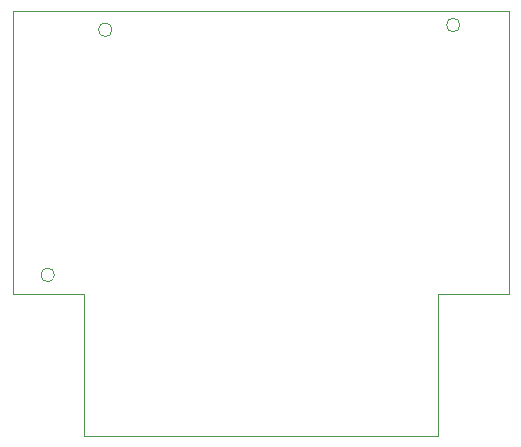
<source format=gbr>
%TF.GenerationSoftware,KiCad,Pcbnew,(6.0.4)*%
%TF.CreationDate,2022-03-25T23:20:21+00:00*%
%TF.ProjectId,IKEA Vindriktning Daughterboard,494b4541-2056-4696-9e64-72696b746e69,rev?*%
%TF.SameCoordinates,Original*%
%TF.FileFunction,Profile,NP*%
%FSLAX46Y46*%
G04 Gerber Fmt 4.6, Leading zero omitted, Abs format (unit mm)*
G04 Created by KiCad (PCBNEW (6.0.4)) date 2022-03-25 23:20:21*
%MOMM*%
%LPD*%
G01*
G04 APERTURE LIST*
%TA.AperFunction,Profile*%
%ADD10C,0.050000*%
%TD*%
G04 APERTURE END LIST*
D10*
X77870000Y-81200000D02*
G75*
G03*
X77870000Y-81200000I-576000J0D01*
G01*
X48410000Y-81600000D02*
G75*
G03*
X48410000Y-81600000I-576000J0D01*
G01*
X43536000Y-102360000D02*
G75*
G03*
X43536000Y-102360000I-576000J0D01*
G01*
X82000000Y-80000000D02*
X82000000Y-104000000D01*
X46000000Y-116000000D02*
X76000000Y-116000000D01*
X46000000Y-104000000D02*
X46000000Y-116000000D01*
X40000000Y-104000000D02*
X46000000Y-104000000D01*
X40000000Y-104000000D02*
X40000000Y-80000000D01*
X76000000Y-104000000D02*
X82000000Y-104000000D01*
X40000000Y-80000000D02*
X82000000Y-80000000D01*
X76000000Y-116000000D02*
X76000000Y-104000000D01*
M02*

</source>
